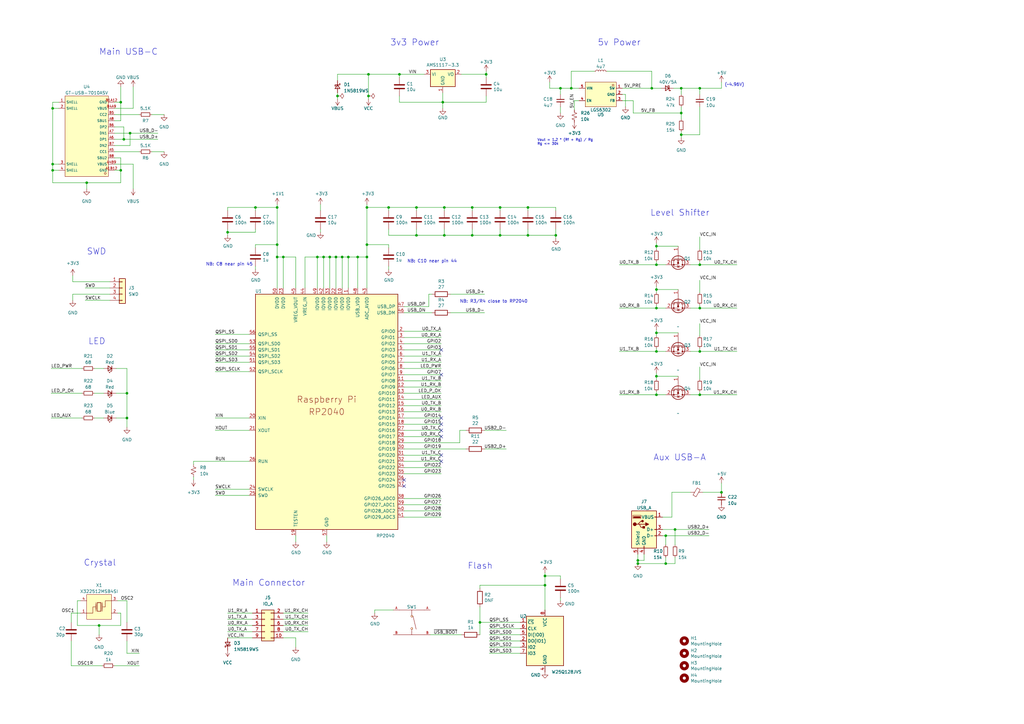
<source format=kicad_sch>
(kicad_sch (version 20230121) (generator eeschema)
  (paper "A3")
  (title_block (title "Babelfish") (date "2023-01-28") (rev "REV1") (company "Bitops"))
  (junction (at 193.675 96.52))
  (junction (at 295.91 201.93))
  (junction (at 52.07 161.29))
  (junction (at 159.385 85.09))
  (junction (at 279.4 55.245))
  (junction (at 53.34 54.61))
  (junction (at 113.665 100.33))
  (junction (at 170.815 96.52))
  (junction (at 135.255 105.41))
  (junction (at 273.05 231.14))
  (junction (at 269.24 136.525))
  (junction (at 52.07 171.45))
  (junction (at 50.8 57.15))
  (junction (at 269.24 118.745))
  (junction (at 104.775 85.09))
  (junction (at 142.875 105.41))
  (junction (at 150.495 100.33))
  (junction (at 21.59 67.31))
  (junction (at 227.965 96.52))
  (junction (at 21.59 69.85))
  (junction (at 261.62 229.87))
  (junction (at 205.105 85.09))
  (junction (at 181.61 41.91))
  (junction (at 182.245 85.09))
  (junction (at 287.02 161.925))
  (junction (at 269.24 108.585))
  (junction (at 279.4 36.195))
  (junction (at 113.665 85.09))
  (junction (at 150.495 105.41))
  (junction (at 287.02 108.585))
  (junction (at 151.13 30.48))
  (junction (at 163.83 30.48))
  (junction (at 199.39 30.48))
  (junction (at 21.59 44.45))
  (junction (at 216.535 96.52))
  (junction (at 49.53 69.85))
  (junction (at 205.105 96.52))
  (junction (at 269.24 100.965))
  (junction (at 269.24 144.145))
  (junction (at 269.24 154.305))
  (junction (at 93.345 95.25))
  (junction (at 223.52 236.22))
  (junction (at 40.64 256.54))
  (junction (at 170.815 85.09))
  (junction (at 182.245 96.52))
  (junction (at 223.52 240.03))
  (junction (at 130.175 105.41))
  (junction (at 273.05 219.71))
  (junction (at 113.665 105.41))
  (junction (at 287.02 126.365))
  (junction (at 229.87 36.195))
  (junction (at 287.02 144.145))
  (junction (at 234.315 36.195))
  (junction (at 216.535 85.09))
  (junction (at 151.13 39.37))
  (junction (at 279.4 46.355))
  (junction (at 276.86 217.17))
  (junction (at 261.62 231.14))
  (junction (at 267.335 36.195))
  (junction (at 269.24 126.365))
  (junction (at 196.85 255.27))
  (junction (at 49.53 41.91))
  (junction (at 146.685 105.41))
  (junction (at 132.715 105.41))
  (junction (at 138.43 39.37))
  (junction (at 116.205 105.41))
  (junction (at 287.02 36.195))
  (junction (at 137.795 105.41))
  (junction (at 150.495 85.09))
  (junction (at 193.675 85.09))
  (junction (at 140.335 105.41))
  (junction (at 35.56 74.93))
  (junction (at 269.24 161.925))
  (no_connect (at 180.975 179.07))
  (no_connect (at 180.975 173.99))
  (no_connect (at 180.975 153.67))
  (no_connect (at 165.735 196.85))
  (no_connect (at 180.975 186.69))
  (no_connect (at 180.975 176.53))
  (no_connect (at 180.975 189.23))
  (no_connect (at 180.975 143.51))
  (no_connect (at 165.735 199.39))
  (no_connect (at 180.975 171.45))
  (wire (pts (xy 165.735 186.69) (xy 180.975 186.69)))
  (wire (pts (xy 273.05 219.71) (xy 290.83 219.71)))
  (wire (pts (xy 46.99 69.85) (xy 49.53 69.85)))
  (wire (pts (xy 102.235 137.16) (xy 88.265 137.16)))
  (wire (pts (xy 269.24 154.305) (xy 269.24 155.575)))
  (wire (pts (xy 150.495 100.33) (xy 150.495 105.41)))
  (wire (pts (xy 223.52 236.22) (xy 223.52 240.03)))
  (wire (pts (xy 193.675 96.52) (xy 182.245 96.52)))
  (wire (pts (xy 49.53 74.93) (xy 35.56 74.93)))
  (wire (pts (xy 182.245 93.98) (xy 182.245 96.52)))
  (wire (pts (xy 20.955 161.29) (xy 33.655 161.29)))
  (wire (pts (xy 21.59 67.31) (xy 21.59 69.85)))
  (wire (pts (xy 57.15 46.99) (xy 46.99 46.99)))
  (wire (pts (xy 20.955 171.45) (xy 33.655 171.45)))
  (wire (pts (xy 113.665 85.09) (xy 113.665 100.33)))
  (wire (pts (xy 131.445 83.82) (xy 131.445 86.36)))
  (wire (pts (xy 229.87 43.815) (xy 229.87 46.355)))
  (wire (pts (xy 121.285 118.11) (xy 121.285 105.41)))
  (wire (pts (xy 138.43 30.48) (xy 138.43 33.02)))
  (wire (pts (xy 153.67 250.19) (xy 153.67 251.46)))
  (wire (pts (xy 93.345 256.54) (xy 103.505 256.54)))
  (wire (pts (xy 138.43 30.48) (xy 151.13 30.48)))
  (wire (pts (xy 248.92 29.21) (xy 267.335 29.21)))
  (wire (pts (xy 188.595 181.61) (xy 188.595 176.53)))
  (wire (pts (xy 287.02 36.195) (xy 287.02 38.735)))
  (wire (pts (xy 35.56 74.93) (xy 35.56 77.47)))
  (wire (pts (xy 165.735 125.73) (xy 175.895 125.73)))
  (wire (pts (xy 279.4 36.195) (xy 287.02 36.195)))
  (wire (pts (xy 151.13 39.37) (xy 151.13 40.64)))
  (wire (pts (xy 165.735 128.27) (xy 177.165 128.27)))
  (wire (pts (xy 29.845 120.65) (xy 29.845 123.19)))
  (wire (pts (xy 264.16 229.87) (xy 261.62 229.87)))
  (wire (pts (xy 256.54 38.735) (xy 256.54 43.815)))
  (wire (pts (xy 88.265 148.59) (xy 102.235 148.59)))
  (wire (pts (xy 38.735 151.13) (xy 42.545 151.13)))
  (wire (pts (xy 234.315 29.21) (xy 243.84 29.21)))
  (wire (pts (xy 48.26 246.38) (xy 52.07 246.38)))
  (wire (pts (xy 79.375 189.23) (xy 102.235 189.23)))
  (wire (pts (xy 276.86 217.17) (xy 290.83 217.17)))
  (wire (pts (xy 182.245 96.52) (xy 170.815 96.52)))
  (wire (pts (xy 193.675 93.98) (xy 193.675 96.52)))
  (wire (pts (xy 47.625 151.13) (xy 52.07 151.13)))
  (wire (pts (xy 130.175 118.11) (xy 130.175 105.41)))
  (wire (pts (xy 46.99 49.53) (xy 49.53 49.53)))
  (wire (pts (xy 269.24 117.475) (xy 269.24 118.745)))
  (wire (pts (xy 133.985 219.71) (xy 133.985 222.25)))
  (wire (pts (xy 150.495 100.33) (xy 159.385 100.33)))
  (wire (pts (xy 275.59 201.93) (xy 275.59 212.09)))
  (wire (pts (xy 278.13 100.965) (xy 269.24 100.965)))
  (wire (pts (xy 88.265 140.97) (xy 102.235 140.97)))
  (wire (pts (xy 165.735 158.75) (xy 180.975 158.75)))
  (wire (pts (xy 175.895 120.65) (xy 177.165 120.65)))
  (wire (pts (xy 93.345 93.98) (xy 93.345 95.25)))
  (wire (pts (xy 29.21 251.46) (xy 29.21 255.27)))
  (wire (pts (xy 165.735 204.47) (xy 180.975 204.47)))
  (wire (pts (xy 181.61 41.91) (xy 181.61 44.45)))
  (wire (pts (xy 269.24 99.695) (xy 269.24 100.965)))
  (wire (pts (xy 146.685 105.41) (xy 150.495 105.41)))
  (wire (pts (xy 150.495 105.41) (xy 150.495 118.11)))
  (wire (pts (xy 131.445 93.98) (xy 131.445 95.25)))
  (wire (pts (xy 229.87 36.195) (xy 234.315 36.195)))
  (wire (pts (xy 165.735 184.15) (xy 191.135 184.15)))
  (wire (pts (xy 67.31 46.99) (xy 62.23 46.99)))
  (wire (pts (xy 48.26 251.46) (xy 49.53 251.46)))
  (wire (pts (xy 181.61 38.1) (xy 181.61 41.91)))
  (wire (pts (xy 46.99 67.31) (xy 54.61 67.31)))
  (wire (pts (xy 165.735 173.99) (xy 180.975 173.99)))
  (wire (pts (xy 254 161.925) (xy 269.24 161.925)))
  (wire (pts (xy 104.775 101.6) (xy 104.775 100.33)))
  (wire (pts (xy 229.87 36.195) (xy 229.87 38.735)))
  (wire (pts (xy 189.23 30.48) (xy 199.39 30.48)))
  (wire (pts (xy 93.345 85.09) (xy 104.775 85.09)))
  (wire (pts (xy 237.49 41.275) (xy 235.585 41.275)))
  (wire (pts (xy 234.315 36.195) (xy 237.49 36.195)))
  (wire (pts (xy 24.13 41.91) (xy 21.59 41.91)))
  (wire (pts (xy 269.24 118.745) (xy 269.24 120.015)))
  (wire (pts (xy 135.255 118.11) (xy 135.255 105.41)))
  (wire (pts (xy 182.245 86.36) (xy 182.245 85.09)))
  (wire (pts (xy 165.735 176.53) (xy 180.975 176.53)))
  (wire (pts (xy 21.59 69.85) (xy 24.13 69.85)))
  (wire (pts (xy 46.99 57.15) (xy 50.8 57.15)))
  (wire (pts (xy 93.345 254) (xy 103.505 254)))
  (wire (pts (xy 52.07 246.38) (xy 52.07 255.27)))
  (wire (pts (xy 279.4 43.815) (xy 279.4 46.355)))
  (wire (pts (xy 159.385 93.98) (xy 159.385 96.52)))
  (wire (pts (xy 287.02 36.195) (xy 295.91 36.195)))
  (wire (pts (xy 132.715 105.41) (xy 135.255 105.41)))
  (wire (pts (xy 176.53 260.35) (xy 189.23 260.35)))
  (wire (pts (xy 113.665 105.41) (xy 113.665 118.11)))
  (wire (pts (xy 199.39 41.91) (xy 181.61 41.91)))
  (wire (pts (xy 104.775 86.36) (xy 104.775 85.09)))
  (wire (pts (xy 287.02 108.585) (xy 302.26 108.585)))
  (wire (pts (xy 225.425 36.195) (xy 229.87 36.195)))
  (wire (pts (xy 287.02 132.715) (xy 287.02 137.795)))
  (wire (pts (xy 264.16 227.33) (xy 264.16 229.87)))
  (wire (pts (xy 50.8 52.07) (xy 50.8 57.15)))
  (wire (pts (xy 193.675 86.36) (xy 193.675 85.09)))
  (wire (pts (xy 163.83 39.37) (xy 163.83 41.91)))
  (wire (pts (xy 255.27 38.735) (xy 256.54 38.735)))
  (wire (pts (xy 269.24 107.315) (xy 269.24 108.585)))
  (wire (pts (xy 21.59 74.93) (xy 35.56 74.93)))
  (wire (pts (xy 287.02 144.145) (xy 302.26 144.145)))
  (wire (pts (xy 31.75 256.54) (xy 40.64 256.54)))
  (wire (pts (xy 113.665 83.82) (xy 113.665 85.09)))
  (wire (pts (xy 165.735 168.91) (xy 180.975 168.91)))
  (wire (pts (xy 170.815 85.09) (xy 182.245 85.09)))
  (wire (pts (xy 88.265 146.05) (xy 102.235 146.05)))
  (wire (pts (xy 199.39 39.37) (xy 199.39 41.91)))
  (wire (pts (xy 199.39 30.48) (xy 199.39 29.21)))
  (wire (pts (xy 151.13 30.48) (xy 163.83 30.48)))
  (wire (pts (xy 287.02 150.495) (xy 287.02 155.575)))
  (wire (pts (xy 276.225 36.195) (xy 279.4 36.195)))
  (wire (pts (xy 196.85 240.03) (xy 223.52 240.03)))
  (wire (pts (xy 259.715 41.275) (xy 259.715 46.355)))
  (wire (pts (xy 213.36 260.35) (xy 200.66 260.35)))
  (wire (pts (xy 287.02 114.935) (xy 287.02 120.015)))
  (wire (pts (xy 130.175 105.41) (xy 132.715 105.41)))
  (wire (pts (xy 140.335 105.41) (xy 142.875 105.41)))
  (wire (pts (xy 269.24 153.035) (xy 269.24 154.305)))
  (wire (pts (xy 254 126.365) (xy 269.24 126.365)))
  (wire (pts (xy 275.59 212.09) (xy 271.78 212.09)))
  (wire (pts (xy 165.735 143.51) (xy 180.975 143.51)))
  (wire (pts (xy 276.86 217.17) (xy 276.86 223.52)))
  (wire (pts (xy 116.205 118.11) (xy 116.205 105.41)))
  (wire (pts (xy 198.755 176.53) (xy 207.645 176.53)))
  (wire (pts (xy 53.34 54.61) (xy 64.77 54.61)))
  (wire (pts (xy 170.815 86.36) (xy 170.815 85.09)))
  (wire (pts (xy 137.795 118.11) (xy 137.795 105.41)))
  (wire (pts (xy 254 144.145) (xy 269.24 144.145)))
  (wire (pts (xy 159.385 109.22) (xy 159.385 110.49)))
  (wire (pts (xy 261.62 227.33) (xy 261.62 229.87)))
  (wire (pts (xy 121.285 219.71) (xy 121.285 222.25)))
  (wire (pts (xy 49.53 251.46) (xy 49.53 256.54)))
  (wire (pts (xy 52.07 267.97) (xy 57.15 267.97)))
  (wire (pts (xy 216.535 96.52) (xy 205.105 96.52)))
  (wire (pts (xy 121.285 105.41) (xy 116.205 105.41)))
  (wire (pts (xy 34.925 118.11) (xy 45.085 118.11)))
  (wire (pts (xy 287.02 126.365) (xy 302.26 126.365)))
  (wire (pts (xy 135.255 105.41) (xy 137.795 105.41)))
  (wire (pts (xy 138.43 38.1) (xy 138.43 39.37)))
  (wire (pts (xy 116.205 259.08) (xy 126.365 259.08)))
  (wire (pts (xy 170.815 93.98) (xy 170.815 96.52)))
  (wire (pts (xy 113.665 100.33) (xy 113.665 105.41)))
  (wire (pts (xy 49.53 64.77) (xy 49.53 69.85)))
  (wire (pts (xy 287.02 161.925) (xy 302.26 161.925)))
  (wire (pts (xy 182.245 85.09) (xy 193.675 85.09)))
  (wire (pts (xy 196.85 241.3) (xy 196.85 240.03)))
  (wire (pts (xy 125.095 118.11) (xy 125.095 105.41)))
  (wire (pts (xy 46.99 64.77) (xy 49.53 64.77)))
  (wire (pts (xy 116.205 256.54) (xy 126.365 256.54)))
  (wire (pts (xy 29.845 115.57) (xy 45.085 115.57)))
  (wire (pts (xy 287.02 125.095) (xy 287.02 126.365)))
  (wire (pts (xy 159.385 85.09) (xy 170.815 85.09)))
  (wire (pts (xy 275.59 201.93) (xy 283.21 201.93)))
  (wire (pts (xy 104.775 109.22) (xy 104.775 110.49)))
  (wire (pts (xy 163.83 41.91) (xy 181.61 41.91)))
  (wire (pts (xy 278.13 136.525) (xy 269.24 136.525)))
  (wire (pts (xy 205.105 93.98) (xy 205.105 96.52)))
  (wire (pts (xy 34.925 123.19) (xy 45.085 123.19)))
  (wire (pts (xy 279.4 36.195) (xy 279.4 38.735)))
  (wire (pts (xy 29.845 115.57) (xy 29.845 113.03)))
  (wire (pts (xy 255.27 36.195) (xy 267.335 36.195)))
  (wire (pts (xy 175.895 125.73) (xy 175.895 120.65)))
  (wire (pts (xy 150.495 85.09) (xy 150.495 100.33)))
  (wire (pts (xy 269.24 144.145) (xy 273.05 144.145)))
  (wire (pts (xy 46.99 41.91) (xy 49.53 41.91)))
  (wire (pts (xy 165.735 207.01) (xy 180.975 207.01)))
  (wire (pts (xy 287.02 97.155) (xy 287.02 102.235)))
  (wire (pts (xy 287.02 43.815) (xy 287.02 55.245)))
  (wire (pts (xy 151.13 30.48) (xy 151.13 39.37)))
  (wire (pts (xy 255.27 41.275) (xy 259.715 41.275)))
  (wire (pts (xy 184.785 128.27) (xy 198.755 128.27)))
  (wire (pts (xy 137.795 105.41) (xy 140.335 105.41)))
  (wire (pts (xy 273.05 231.14) (xy 261.62 231.14)))
  (wire (pts (xy 278.13 154.305) (xy 269.24 154.305)))
  (wire (pts (xy 21.59 67.31) (xy 24.13 67.31)))
  (wire (pts (xy 271.78 219.71) (xy 273.05 219.71)))
  (wire (pts (xy 165.735 166.37) (xy 180.975 166.37)))
  (wire (pts (xy 132.715 118.11) (xy 132.715 105.41)))
  (wire (pts (xy 269.24 126.365) (xy 273.05 126.365)))
  (wire (pts (xy 88.265 171.45) (xy 102.235 171.45)))
  (wire (pts (xy 225.425 33.655) (xy 225.425 36.195)))
  (wire (pts (xy 216.535 93.98) (xy 216.535 96.52)))
  (wire (pts (xy 287.02 55.245) (xy 279.4 55.245)))
  (wire (pts (xy 273.05 228.6) (xy 273.05 231.14)))
  (wire (pts (xy 216.535 85.09) (xy 227.965 85.09)))
  (wire (pts (xy 102.235 203.2) (xy 88.265 203.2)))
  (wire (pts (xy 283.21 126.365) (xy 287.02 126.365)))
  (wire (pts (xy 165.735 191.77) (xy 180.975 191.77)))
  (wire (pts (xy 227.965 96.52) (xy 227.965 97.79)))
  (wire (pts (xy 40.64 256.54) (xy 49.53 256.54)))
  (wire (pts (xy 29.845 120.65) (xy 45.085 120.65)))
  (wire (pts (xy 216.535 96.52) (xy 227.965 96.52)))
  (wire (pts (xy 269.24 136.525) (xy 269.24 137.795)))
  (wire (pts (xy 46.99 44.45) (xy 54.61 44.45)))
  (wire (pts (xy 188.595 176.53) (xy 191.135 176.53)))
  (wire (pts (xy 20.955 151.13) (xy 33.655 151.13)))
  (wire (pts (xy 196.85 255.27) (xy 196.85 260.35)))
  (wire (pts (xy 199.39 31.75) (xy 199.39 30.48)))
  (wire (pts (xy 21.59 69.85) (xy 21.59 74.93)))
  (wire (pts (xy 234.315 36.195) (xy 234.315 29.21)))
  (wire (pts (xy 47.625 171.45) (xy 52.07 171.45)))
  (wire (pts (xy 229.87 236.22) (xy 223.52 236.22)))
  (wire (pts (xy 170.815 96.52) (xy 159.385 96.52)))
  (wire (pts (xy 269.24 160.655) (xy 269.24 161.925)))
  (wire (pts (xy 52.07 161.29) (xy 52.07 171.45)))
  (wire (pts (xy 279.4 53.975) (xy 279.4 55.245)))
  (wire (pts (xy 102.235 152.4) (xy 88.265 152.4)))
  (wire (pts (xy 104.775 85.09) (xy 113.665 85.09)))
  (wire (pts (xy 269.24 142.875) (xy 269.24 144.145)))
  (wire (pts (xy 261.62 229.87) (xy 261.62 231.14)))
  (wire (pts (xy 29.21 273.05) (xy 41.91 273.05)))
  (wire (pts (xy 38.735 171.45) (xy 42.545 171.45)))
  (wire (pts (xy 193.675 85.09) (xy 205.105 85.09)))
  (wire (pts (xy 50.8 57.15) (xy 64.77 57.15)))
  (wire (pts (xy 295.91 33.655) (xy 295.91 36.195)))
  (wire (pts (xy 52.07 262.89) (xy 52.07 267.97)))
  (wire (pts (xy 213.36 267.97) (xy 200.66 267.97)))
  (wire (pts (xy 173.99 30.48) (xy 163.83 30.48)))
  (wire (pts (xy 229.87 245.11) (xy 229.87 246.38)))
  (wire (pts (xy 269.24 108.585) (xy 273.05 108.585)))
  (wire (pts (xy 213.36 265.43) (xy 200.66 265.43)))
  (wire (pts (xy 161.29 250.19) (xy 153.67 250.19)))
  (wire (pts (xy 223.52 234.95) (xy 223.52 236.22)))
  (wire (pts (xy 165.735 189.23) (xy 180.975 189.23)))
  (wire (pts (xy 165.735 179.07) (xy 180.975 179.07)))
  (wire (pts (xy 198.755 184.15) (xy 207.645 184.15)))
  (wire (pts (xy 53.34 59.69) (xy 53.34 54.61)))
  (wire (pts (xy 52.07 171.45) (xy 52.07 175.26)))
  (wire (pts (xy 121.285 261.62) (xy 121.285 265.43)))
  (wire (pts (xy 29.21 262.89) (xy 29.21 273.05)))
  (wire (pts (xy 21.59 41.91) (xy 21.59 44.45)))
  (wire (pts (xy 125.095 105.41) (xy 130.175 105.41)))
  (wire (pts (xy 165.735 181.61) (xy 188.595 181.61)))
  (wire (pts (xy 142.875 105.41) (xy 146.685 105.41)))
  (wire (pts (xy 116.205 254) (xy 126.365 254)))
  (wire (pts (xy 46.99 52.07) (xy 50.8 52.07)))
  (wire (pts (xy 254 108.585) (xy 269.24 108.585)))
  (wire (pts (xy 269.24 100.965) (xy 269.24 102.235)))
  (wire (pts (xy 269.24 125.095) (xy 269.24 126.365)))
  (wire (pts (xy 269.24 161.925) (xy 273.05 161.925)))
  (wire (pts (xy 165.735 212.09) (xy 180.975 212.09)))
  (wire (pts (xy 93.345 259.08) (xy 103.505 259.08)))
  (wire (pts (xy 88.265 143.51) (xy 102.235 143.51)))
  (wire (pts (xy 21.59 44.45) (xy 24.13 44.45)))
  (wire (pts (xy 216.535 86.36) (xy 216.535 85.09)))
  (wire (pts (xy 288.29 201.93) (xy 295.91 201.93)))
  (wire (pts (xy 46.99 273.05) (xy 57.15 273.05)))
  (wire (pts (xy 276.86 231.14) (xy 273.05 231.14)))
  (wire (pts (xy 287.02 107.315) (xy 287.02 108.585)))
  (wire (pts (xy 40.64 256.54) (xy 40.64 260.35)))
  (wire (pts (xy 49.53 41.91) (xy 49.53 35.56)))
  (wire (pts (xy 150.495 85.09) (xy 159.385 85.09)))
  (wire (pts (xy 165.735 153.67) (xy 180.975 153.67)))
  (wire (pts (xy 54.61 67.31) (xy 54.61 77.47)))
  (wire (pts (xy 93.345 261.62) (xy 103.505 261.62)))
  (wire (pts (xy 165.735 151.13) (xy 180.975 151.13)))
  (wire (pts (xy 165.735 135.89) (xy 180.975 135.89)))
  (wire (pts (xy 47.625 161.29) (xy 52.07 161.29)))
  (wire (pts (xy 165.735 138.43) (xy 180.975 138.43)))
  (wire (pts (xy 279.4 55.245) (xy 279.4 56.515)))
  (wire (pts (xy 273.05 219.71) (xy 273.05 223.52)))
  (wire (pts (xy 267.335 36.195) (xy 271.145 36.195)))
  (wire (pts (xy 93.345 95.25) (xy 104.775 95.25)))
  (wire (pts (xy 278.13 118.745) (xy 269.24 118.745)))
  (wire (pts (xy 163.83 31.75) (xy 163.83 30.48)))
  (wire (pts (xy 102.235 200.66) (xy 88.265 200.66)))
  (wire (pts (xy 196.85 248.92) (xy 196.85 255.27)))
  (wire (pts (xy 287.02 160.655) (xy 287.02 161.925)))
  (wire (pts (xy 165.735 209.55) (xy 180.975 209.55)))
  (wire (pts (xy 104.775 95.25) (xy 104.775 93.98)))
  (wire (pts (xy 79.375 189.23) (xy 79.375 190.5)))
  (wire (pts (xy 205.105 96.52) (xy 193.675 96.52)))
  (wire (pts (xy 283.21 161.925) (xy 287.02 161.925)))
  (wire (pts (xy 49.53 69.85) (xy 49.53 74.93)))
  (wire (pts (xy 287.02 142.875) (xy 287.02 144.145)))
  (wire (pts (xy 295.91 201.93) (xy 295.91 198.12)))
  (wire (pts (xy 205.105 85.09) (xy 216.535 85.09)))
  (wire (pts (xy 165.735 163.83) (xy 180.975 163.83)))
  (wire (pts (xy 205.105 86.36) (xy 205.105 85.09)))
  (wire (pts (xy 116.205 261.62) (xy 121.285 261.62)))
  (wire (pts (xy 196.85 255.27) (xy 213.36 255.27)))
  (wire (pts (xy 279.4 46.355) (xy 279.4 48.895)))
  (wire (pts (xy 52.07 151.13) (xy 52.07 161.29)))
  (wire (pts (xy 46.99 54.61) (xy 53.34 54.61)))
  (wire (pts (xy 269.24 135.255) (xy 269.24 136.525)))
  (wire (pts (xy 138.43 39.37) (xy 138.43 40.64)))
  (wire (pts (xy 140.335 118.11) (xy 140.335 105.41)))
  (wire (pts (xy 227.965 93.98) (xy 227.965 96.52)))
  (wire (pts (xy 116.205 251.46) (xy 126.365 251.46)))
  (wire (pts (xy 276.86 228.6) (xy 276.86 231.14)))
  (wire (pts (xy 213.36 262.89) (xy 200.66 262.89)))
  (wire (pts (xy 104.775 100.33) (xy 113.665 100.33)))
  (wire (pts (xy 200.66 257.81) (xy 213.36 257.81)))
  (wire (pts (xy 229.87 237.49) (xy 229.87 236.22)))
  (wire (pts (xy 165.735 194.31) (xy 180.975 194.31)))
  (wire (pts (xy 235.585 41.275) (xy 235.585 45.085)))
  (wire (pts (xy 33.02 251.46) (xy 29.21 251.46)))
  (wire (pts (xy 142.875 105.41) (xy 142.875 118.11)))
  (wire (pts (xy 33.02 246.38) (xy 31.75 246.38)))
  (wire (pts (xy 165.735 140.97) (xy 180.975 140.97)))
  (wire (pts (xy 54.61 44.45) (xy 54.61 35.56)))
  (wire (pts (xy 93.345 95.25) (xy 93.345 96.52)))
  (wire (pts (xy 283.21 144.145) (xy 287.02 144.145)))
  (wire (pts (xy 146.685 118.11) (xy 146.685 105.41)))
  (wire (pts (xy 93.345 86.36) (xy 93.345 85.09)))
  (wire (pts (xy 227.965 86.36) (xy 227.965 85.09)))
  (wire (pts (xy 49.53 49.53) (xy 49.53 41.91)))
  (wire (pts (xy 165.735 171.45) (xy 180.975 171.45)))
  (wire (pts (xy 223.52 240.03) (xy 223.52 250.19)))
  (wire (pts (xy 46.99 59.69) (xy 53.34 59.69)))
  (wire (pts (xy 62.23 62.23) (xy 67.31 62.23)))
  (wire (pts (xy 184.785 120.65) (xy 198.755 120.65)))
  (wire (pts (xy 159.385 101.6) (xy 159.385 100.33)))
  (wire (pts (xy 116.205 105.41) (xy 113.665 105.41)))
  (wire (pts (xy 150.495 83.82) (xy 150.495 85.09)))
  (wire (pts (xy 79.375 195.58) (xy 79.375 196.85)))
  (wire (pts (xy 271.78 217.17) (xy 276.86 217.17)))
  (wire (pts (xy 283.21 108.585) (xy 287.02 108.585)))
  (wire (pts (xy 159.385 86.36) (xy 159.385 85.09)))
  (wire (pts (xy 259.715 46.355) (xy 279.4 46.355)))
  (wire (pts (xy 165.735 156.21) (xy 180.975 156.21)))
  (wire (pts (xy 267.335 29.21) (xy 267.335 36.195)))
  (wire (pts (xy 93.345 251.46) (xy 103.505 251.46)))
  (wire (pts (xy 31.75 246.38) (xy 31.75 256.54)))
  (wire (pts (xy 165.735 146.05) (xy 180.975 146.05)))
  (wire (pts (xy 38.735 161.29) (xy 42.545 161.29)))
  (wire (pts (xy 165.735 148.59) (xy 180.975 148.59)))
  (wire (pts (xy 21.59 44.45) (xy 21.59 67.31)))
  (wire (pts (xy 46.99 62.23) (xy 57.15 62.23)))
  (wire (pts (xy 165.735 161.29) (xy 180.975 161.29)))
  (wire (pts (xy 102.235 176.53) (xy 88.265 176.53)))
  (text "Main Connector" (at 95.25 240.665 0) (effects (font (size 2.54 2.54)) (justify left bottom)))
  (text "LED" (at 36.195 141.605 0) (effects (font (size 2.54 2.54)) (justify left bottom)))
  (text "Crystal" (at 34.29 232.41 0) (effects (font (size 2.54 2.54)) (justify left bottom)))
  (text "SWD" (at 35.56 104.775 0) (effects (font (size 2.54 2.54)) (justify left bottom)))
  (text "NB: R3/R4 close to RP2040" (at 188.595 124.46 0) (effects (font (size 1.27 1.27)) (justify left bottom)))
  (text "5v Power" (at 245.11 19.05 0) (effects (font (size 2.54 2.54)) (justify left bottom)))
  (text "NB: C8 near pin 45" (at 84.455 109.22 0) (effects (font (size 1.27 1.27)) (justify left bottom)))
  (text "Flash" (at 191.77 233.68 0) (effects (font (size 2.54 2.54)) (justify left bottom)))
  (text "Vout = 1.2 * (Rf + Rg) / Rg\nRg <= 30k" (at 220.345 59.69 0) (effects (font (size 1 1)) (justify left bottom)))
  (text "Level Shifter" (at 266.7 88.9 0) (effects (font (size 2.54 2.54)) (justify left bottom)))
  (text "TODO:\n1. Test PIO-USB host\n2. Test level shifter with 3v3?\n" (at 254 -29.21 0) (effects (font (size 1.27 1.27)) (justify left bottom)))
  (text "Aux USB-A" (at 267.97 189.23 0) (effects (font (size 2.54 2.54)) (justify left bottom)))
  (text "Main USB-C" (at 40.64 22.86 0) (effects (font (size 2.54 2.54)) (justify left bottom)))
  (text "3v3 Power" (at 160.02 19.05 0) (effects (font (size 2.54 2.54)) (justify left bottom)))
  (text "NB: C10 near pin 44" (at 167.005 107.95 0) (effects (font (size 1.27 1.27)) (justify left bottom)))
  (text "(~4.96V)" (at 297.18 35.56 0) (effects (font (size 1.27 1.27)) (justify left bottom)))
  (label "GPIO3" (at 180.975 143.51 180))
  (label "GPIO2" (at 180.975 140.97 180))
  (label "QSPI_SD3" (at 200.66 267.97 0))
  (label "U0_RX_A" (at 93.345 256.54 0))
  (label "USB2_D+" (at 207.645 184.15 180))
  (label "SWCLK" (at 34.925 123.19 0))
  (label "U1_RX_B" (at 254 161.925 0))
  (label "USB2_D-" (at 281.94 219.71 0))
  (label "5V_EN" (at 235.585 44.45 90))
  (label "U0_TX_B" (at 254 108.585 0))
  (label "U1_TX_B" (at 254 144.145 0))
  (label "GPIO23" (at 180.975 194.31 180))
  (label "GPIO26" (at 180.975 204.47 180))
  (label "USB_DN" (at 167.005 128.27 0))
  (label "U1_RX_A" (at 180.975 148.59 180))
  (label "SWD" (at 34.925 118.11 0))
  (label "GPIO18" (at 180.975 181.61 180))
  (label "GPIO7" (at 180.975 153.67 180))
  (label "LED_AUX" (at 20.955 171.45 0))
  (label "XOUT" (at 57.15 273.05 180))
  (label "LED_PWR" (at 180.975 151.13 180))
  (label "U1_TX_C" (at 180.975 186.69 180))
  (label "LED_P_OK" (at 20.955 161.29 0))
  (label "USB2_D-" (at 207.645 176.53 180))
  (label "VCC_IN" (at 93.345 261.62 0))
  (label "XIN" (at 57.15 267.97 180))
  (label "QSPI_SD3" (at 88.265 148.59 0))
  (label "LED_P_OK" (at 180.975 161.29 180))
  (label "U0_TX_B" (at 180.975 166.37 180))
  (label "QSPI_SCLK" (at 200.66 257.81 0))
  (label "QSPI_SCLK" (at 88.265 152.4 0))
  (label "U1_RX_CH" (at 302.26 161.925 180))
  (label "USB_D-" (at 198.755 128.27 180))
  (label "USB_DP" (at 167.005 125.73 0))
  (label "U0_RX_CH" (at 302.26 126.365 180))
  (label "U0_RX_CH" (at 126.365 256.54 180))
  (label "QSPI_SD1" (at 88.265 143.51 0))
  (label "U0_RX_C" (at 180.975 179.07 180))
  (label "OSC2" (at 49.53 246.38 0))
  (label "XIN" (at 88.265 171.45 0))
  (label "SWD" (at 88.265 203.2 0))
  (label "GPIO22" (at 180.975 191.77 180))
  (label "OSC1" (at 30.48 251.46 180))
  (label "U0_TX_C" (at 180.975 176.53 180))
  (label "VCC_IN" (at 287.02 114.935 0))
  (label "U0_RX_A" (at 180.975 138.43 180))
  (label "U1_TX_CH" (at 126.365 254 180))
  (label "U1_RX_B" (at 180.975 158.75 180))
  (label "U0_TX_A" (at 93.345 259.08 0))
  (label "U1_TX_A" (at 180.975 146.05 180))
  (label "QSPI_SS" (at 88.265 137.16 0))
  (label "U1_TX_B" (at 180.975 156.21 180))
  (label "5V_FB" (at 262.89 46.355 0))
  (label "GPIO28" (at 180.975 209.55 180))
  (label "GPIO29" (at 180.975 212.09 180))
  (label "GPIO19" (at 180.975 184.15 180))
  (label "U0_RX_B" (at 180.975 168.91 180))
  (label "VCC_IN" (at 287.02 150.495 0))
  (label "QSPI_SD2" (at 200.66 265.43 0))
  (label "USB_D+" (at 198.755 120.65 180))
  (label "OSC1R" (at 31.75 273.05 0))
  (label "XOUT" (at 88.265 176.53 0))
  (label "U1_TX_A" (at 93.345 254 0))
  (label "GPIO27" (at 180.975 207.01 180))
  (label "QSPI_SD0" (at 200.66 260.35 0))
  (label "USB2_D+" (at 281.94 217.17 0))
  (label "U0_TX_A" (at 180.975 135.89 180))
  (label "U1_RX_C" (at 180.975 189.23 180))
  (label "U0_RX_B" (at 254 126.365 0))
  (label "RUN" (at 88.265 189.23 0))
  (label "U0_TX_CH" (at 302.26 108.585 180))
  (label "QSPI_SD2" (at 88.265 146.05 0))
  (label "VCC_IN" (at 287.02 97.155 0))
  (label "U1_RX_A" (at 93.345 251.46 0))
  (label "GPIO15" (at 180.975 173.99 180))
  (label "5V_PRE" (at 255.905 36.195 0))
  (label "VCC_IN" (at 287.02 132.715 0))
  (label "SWCLK" (at 88.265 200.66 0))
  (label "QSPI_SS" (at 200.66 255.27 0))
  (label "VIN" (at 167.64 30.48 0))
  (label "LED_AUX" (at 180.975 163.83 180))
  (label "LED_PWR" (at 20.955 151.13 0))
  (label "USB_D-" (at 57.15 54.61 0))
  (label "~{USB_BOOT}" (at 177.8 260.35 0))
  (label "QSPI_SD0" (at 88.265 140.97 0))
  (label "U1_TX_CH" (at 302.26 144.145 180))
  (label "USB_D+" (at 57.15 57.15 0))
  (label "QSPI_SD1" (at 200.66 262.89 0))
  (label "U0_TX_CH" (at 126.365 259.08 180))
  (label "GPIO14" (at 180.975 171.45 180))
  (label "U1_RX_CH" (at 126.365 251.46 180))
  (symbol (lib_id "MCU_RaspberryPi_RP2040:RP2040") (at 133.985 168.91 0) (unit 1)
    (property "Reference" "U1" (at 106.045 119.38 0))
    (property "Value" "RP2040" (at 158.115 219.71 0))
    (property "Footprint" "RP2040_minimal:RP2040-QFN-56" (effects hide))
  )
  (symbol (lib_id "Device:C") (at 29.21 259.08 0) (unit 1)
    (property "Reference" "C2" (at 24.13 257.81 0) (effects (justify left)))
    (property "Value" "30p" (at 22.86 260.35 0) (effects (justify left)))
    (property "Footprint" "Capacitor_SMD:C_0402_1005Metric" (effects hide))
  )
  (symbol (lib_id "Device:C") (at 52.07 259.08 0) (unit 1)
    (property "Reference" "C3" (at 54.991 257.9116 0) (effects (justify left)))
    (property "Value" "30p" (at 54.991 260.223 0) (effects (justify left)))
    (property "Footprint" "Capacitor_SMD:C_0402_1005Metric" (effects hide))
  )
  (symbol (lib_id "Memory_Flash:W25Q128JVS") (at 223.52 262.89 0) (unit 1)
    (property "Reference" "U2" (at 214.63 252.73 0))
    (property "Value" "W25Q128JVS" (at 232.41 275.59 0))
    (property "Footprint" "Package_SO:SOIC-8_5.23x5.23mm_P1.27mm" (effects hide))
    (property "Datasheet" "http://www.winbond.com/resource-files/w25q128jv_dtr%20revc%2003272018%20plus.pdf" (effects hide))
  )
  (symbol (lib_id "power:+3V3") (at 223.52 234.95 0) (unit 1)
    (property "Reference" "#PWR07" (effects hide))
    (property "Value" "+3V3" (at 223.901 230.5558 0))
  )
  (symbol (lib_id "power:GND") (at 223.52 275.59 0) (unit 1)
    (property "Reference" "#PWR08" (effects hide))
    (property "Value" "GND" (at 219.71 276.86 0))
  )
  (symbol (lib_id "Device:R") (at 196.85 245.11 0) (unit 1)
    (property "Reference" "R2" (at 198.628 243.9416 0) (effects (justify left)))
    (property "Value" "DNF" (at 198.628 246.253 0) (effects (justify left)))
    (property "Footprint" "Resistor_SMD:R_0402_1005Metric" (effects hide))
  )
  (symbol (lib_id "Device:R") (at 193.04 260.35 270) (unit 1)
    (property "Reference" "R1" (at 193.04 255.0922 90))
    (property "Value" "1k" (at 193.04 257.4036 90))
    (property "Footprint" "Resistor_SMD:R_0402_1005Metric" (effects hide))
  )
  (symbol (lib_id "Device:C") (at 229.87 241.3 0) (unit 1)
    (property "Reference" "C5" (at 232.791 240.1316 0) (effects (justify left)))
    (property "Value" "100n" (at 232.791 242.443 0) (effects (justify left)))
    (property "Footprint" "Capacitor_SMD:C_0402_1005Metric" (effects hide))
  )
  (symbol (lib_id "power:GND") (at 229.87 246.38 0) (unit 1)
    (property "Reference" "#PWR011" (effects hide))
    (property "Value" "GND" (at 233.68 247.65 0))
  )
  (symbol (lib_id "power:GND") (at 133.985 222.25 0) (unit 1)
    (property "Reference" "#PWR016" (effects hide))
    (property "Value" "GND" (at 134.112 226.6442 0))
  )
  (symbol (lib_id "power:GND") (at 121.285 222.25 0) (unit 1)
    (property "Reference" "#PWR015" (effects hide))
    (property "Value" "GND" (at 121.412 226.6442 0))
  )
  (symbol (lib_id "Device:R") (at 180.975 120.65 270) (unit 1)
    (property "Reference" "R3" (at 180.975 115.3922 90))
    (property "Value" "27" (at 180.975 117.7036 90))
    (property "Footprint" "Resistor_SMD:R_0402_1005Metric" (effects hide))
  )
  (symbol (lib_id "Device:R") (at 180.975 128.27 270) (unit 1)
    (property "Reference" "R4" (at 180.975 123.0122 90))
    (property "Value" "27" (at 180.975 125.3236 90))
    (property "Footprint" "Resistor_SMD:R_0402_1005Metric" (effects hide))
  )
  (symbol (lib_id "power:+3V3") (at 150.495 83.82 0) (unit 1)
    (property "Reference" "#PWR017" (effects hide))
    (property "Value" "+3V3" (at 150.876 79.4258 0))
  )
  (symbol (lib_id "power:+1V1") (at 113.665 83.82 0) (unit 1)
    (property "Reference" "#PWR014" (effects hide))
    (property "Value" "+1V1" (at 114.046 79.4258 0))
  )
  (symbol (lib_id "Device:C") (at 159.385 90.17 0) (unit 1)
    (property "Reference" "C9" (at 162.306 89.0016 0) (effects (justify left)))
    (property "Value" "100n" (at 162.306 91.313 0) (effects (justify left)))
    (property "Footprint" "Capacitor_SMD:C_0402_1005Metric" (effects hide))
  )
  (symbol (lib_id "Device:C") (at 170.815 90.17 0) (unit 1)
    (property "Reference" "C11" (at 173.736 89.0016 0) (effects (justify left)))
    (property "Value" "100n" (at 173.736 91.313 0) (effects (justify left)))
    (property "Footprint" "Capacitor_SMD:C_0402_1005Metric" (effects hide))
  )
  (symbol (lib_id "Device:C") (at 182.245 90.17 0) (unit 1)
    (property "Reference" "C12" (at 185.166 89.0016 0) (effects (justify left)))
    (property "Value" "100n" (at 185.166 91.313 0) (effects (justify left)))
    (property "Footprint" "Capacitor_SMD:C_0402_1005Metric" (effects hide))
  )
  (symbol (lib_id "Device:C") (at 193.675 90.17 0) (unit 1)
    (property "Reference" "C13" (at 196.596 89.0016 0) (effects (justify left)))
    (property "Value" "100n" (at 196.596 91.313 0) (effects (justify left)))
    (property "Footprint" "Capacitor_SMD:C_0402_1005Metric" (effects hide))
  )
  (symbol (lib_id "Device:C") (at 205.105 90.17 0) (unit 1)
    (property "Reference" "C14" (at 208.026 89.0016 0) (effects (justify left)))
    (property "Value" "100n" (at 208.026 91.313 0) (effects (justify left)))
    (property "Footprint" "Capacitor_SMD:C_0402_1005Metric" (effects hide))
  )
  (symbol (lib_id "Device:C") (at 216.535 90.17 0) (unit 1)
    (property "Reference" "C15" (at 219.456 89.0016 0) (effects (justify left)))
    (property "Value" "100n" (at 219.456 91.313 0) (effects (justify left)))
    (property "Footprint" "Capacitor_SMD:C_0402_1005Metric" (effects hide))
  )
  (symbol (lib_id "Device:C") (at 227.965 90.17 0) (unit 1)
    (property "Reference" "C16" (at 230.886 89.0016 0) (effects (justify left)))
    (property "Value" "100n" (at 230.886 91.313 0) (effects (justify left)))
    (property "Footprint" "Capacitor_SMD:C_0402_1005Metric" (effects hide))
  )
  (symbol (lib_id "Device:C") (at 93.345 90.17 0) (unit 1)
    (property "Reference" "C6" (at 96.266 89.0016 0) (effects (justify left)))
    (property "Value" "100n" (at 96.266 91.313 0) (effects (justify left)))
    (property "Footprint" "Capacitor_SMD:C_0402_1005Metric" (effects hide))
  )
  (symbol (lib_id "Device:C") (at 104.775 90.17 0) (unit 1)
    (property "Reference" "C7" (at 107.696 89.0016 0) (effects (justify left)))
    (property "Value" "100n" (at 107.696 91.313 0) (effects (justify left)))
    (property "Footprint" "Capacitor_SMD:C_0402_1005Metric" (effects hide))
  )
  (symbol (lib_id "Device:C") (at 104.775 105.41 0) (unit 1)
    (property "Reference" "C8" (at 107.696 104.2416 0) (effects (justify left)))
    (property "Value" "1u" (at 107.696 106.553 0) (effects (justify left)))
    (property "Footprint" "Capacitor_SMD:C_0402_1005Metric" (effects hide))
  )
  (symbol (lib_id "Device:C") (at 159.385 105.41 0) (unit 1)
    (property "Reference" "C10" (at 162.306 104.2416 0) (effects (justify left)))
    (property "Value" "1u" (at 162.306 106.553 0) (effects (justify left)))
    (property "Footprint" "Capacitor_SMD:C_0402_1005Metric" (effects hide))
  )
  (symbol (lib_id "Mechanical:MountingHole") (at 280.67 262.89 0) (unit 1)
    (property "Reference" "H1" (at 283.21 261.7216 0) (effects (justify left)))
    (property "Value" "MountingHole" (at 283.21 264.033 0) (effects (justify left)))
    (property "Footprint" "MountingHole:MountingHole_2.7mm_M2.5" (effects hide))
  )
  (symbol (lib_id "Mechanical:MountingHole") (at 280.67 267.97 0) (unit 1)
    (property "Reference" "H2" (at 283.21 266.8016 0) (effects (justify left)))
    (property "Value" "MountingHole" (at 283.21 269.113 0) (effects (justify left)))
    (property "Footprint" "MountingHole:MountingHole_2.7mm_M2.5" (effects hide))
  )
  (symbol (lib_id "Mechanical:MountingHole") (at 280.67 273.05 0) (unit 1)
    (property "Reference" "H3" (at 283.21 271.8816 0) (effects (justify left)))
    (property "Value" "MountingHole" (at 283.21 274.193 0) (effects (justify left)))
    (property "Footprint" "MountingHole:MountingHole_2.7mm_M2.5" (effects hide))
  )
  (symbol (lib_id "Mechanical:MountingHole") (at 280.67 278.13 0) (unit 1)
    (property "Reference" "H4" (at 283.21 276.9616 0) (effects (justify left)))
    (property "Value" "MountingHole" (at 283.21 279.273 0) (effects (justify left)))
    (property "Footprint" "MountingHole:MountingHole_2.7mm_M2.5" (effects hide))
  )
  (symbol (lib_id "power:GND") (at 227.965 97.79 0) (unit 1)
    (property "Reference" "#PWR023" (effects hide))
    (property "Value" "GND" (at 228.092 102.1842 0))
  )
  (symbol (lib_id "power:GND") (at 93.345 96.52 0) (unit 1)
    (property "Reference" "#PWR012" (effects hide))
    (property "Value" "GND" (at 93.472 100.9142 0))
  )
  (symbol (lib_id "power:GND") (at 104.775 110.49 0) (unit 1)
    (property "Reference" "#PWR013" (effects hide))
    (property "Value" "GND" (at 104.902 114.8842 0))
  )
  (symbol (lib_id "power:GND") (at 159.385 110.49 0) (unit 1)
    (property "Reference" "#PWR018" (effects hide))
    (property "Value" "GND" (at 159.512 114.8842 0))
  )
  (symbol (lib_id "Regulator_Linear:AMS1117-3.3") (at 181.61 30.48 0) (unit 1)
    (property "Reference" "U3" (at 181.61 24.3332 0))
    (property "Value" "AMS1117-3.3" (at 181.61 26.6446 0))
    (property "Footprint" "Package_TO_SOT_SMD:SOT-223-3_TabPin2" (effects hide))
    (property "Datasheet" "http://www.advanced-monolithic.com/pdf/ds1117.pdf" (effects hide))
  )
  (symbol (lib_id "power:GND") (at 181.61 44.45 0) (unit 1)
    (property "Reference" "#PWR05" (effects hide))
    (property "Value" "GND" (at 181.61 48.26 0))
  )
  (symbol (lib_id "power:+3V3") (at 199.39 29.21 0) (unit 1)
    (property "Reference" "#PWR09" (effects hide))
    (property "Value" "+3V3" (at 199.39 25.4 0))
  )
  (symbol (lib_id "Device:C") (at 163.83 35.56 0) (unit 1)
    (property "Reference" "C1" (at 166.751 34.3916 0) (effects (justify left)))
    (property "Value" "10u" (at 166.751 36.703 0) (effects (justify left)))
    (property "Footprint" "Capacitor_SMD:C_0805_2012Metric" (effects hide))
  )
  (symbol (lib_id "Device:C") (at 199.39 35.56 0) (unit 1)
    (property "Reference" "C4" (at 202.311 34.3916 0) (effects (justify left)))
    (property "Value" "10u" (at 202.311 36.703 0) (effects (justify left)))
    (property "Footprint" "Capacitor_SMD:C_0805_2012Metric" (effects hide))
  )
  (symbol (lib_id "power:+3V3") (at 131.445 83.82 0) (unit 1)
    (property "Reference" "#PWR024" (effects hide))
    (property "Value" "+3V3" (at 131.826 79.4258 0))
  )
  (symbol (lib_id "Device:C") (at 131.445 90.17 0) (unit 1)
    (property "Reference" "C17" (at 134.366 89.0016 0) (effects (justify left)))
    (property "Value" "10u" (at 134.366 91.313 0) (effects (justify left)))
    (property "Footprint" "Capacitor_SMD:C_0805_2012Metric" (effects hide))
  )
  (symbol (lib_id "power:GND") (at 131.445 95.25 0) (unit 1)
    (property "Reference" "#PWR025" (effects hide))
    (property "Value" "GND" (at 127.635 96.52 0))
  )
  (symbol (lib_id "power:GND") (at 153.67 251.46 0) (unit 1)
    (property "Reference" "#PWR02" (effects hide))
    (property "Value" "GND" (at 153.797 255.8542 0))
  )
  (symbol (lib_id "Device:R_Small") (at 279.4 51.435 0) (mirror y) (unit 1)
    (property "Reference" "R25" (at 276.86 50.8 0) (effects (justify left)))
    (property "Value" "15k" (at 276.86 53.34 0) (effects (justify left)))
    (property "Footprint" "Resistor_SMD:R_0603_1608Metric" (effects hide))
  )
  (symbol (lib_id "power:+5V") (at 295.91 198.12 0) (unit 1)
    (property "Reference" "#PWR037" (effects hide))
    (property "Value" "+5V" (at 295.91 194.31 0))
  )
  (symbol (lib_id "power:+5V") (at 295.91 33.655 0) (unit 1)
    (property "Reference" "#PWR034" (effects hide))
    (property "Value" "+5V" (at 295.91 29.845 0))
  )
  (symbol (lib_id "Device:L_Small") (at 246.38 29.21 90) (unit 1)
    (property "Reference" "L1" (at 246.38 24.765 90))
    (property "Value" "4u7" (at 246.38 27.305 90))
    (property "Footprint" "Inductor_SMD:L_1008_2520Metric" (effects hide))
  )
  (symbol (lib_id "Device:R_Small") (at 269.24 122.555 0) (unit 1)
    (property "Reference" "R14" (at 264.16 121.285 0) (effects (justify left)))
    (property "Value" "10k" (at 264.16 123.825 0) (effects (justify left)))
    (property "Footprint" "Resistor_SMD:R_0402_1005Metric" (effects hide))
  )
  (symbol (lib_id "power:GND") (at 67.31 46.99 0) (unit 1)
    (property "Reference" "#PWR032" (effects hide))
    (property "Value" "GND" (at 67.31 52.07 0))
  )
  (symbol (lib_id "Device:C_Small") (at 295.91 204.47 0) (unit 1)
    (property "Reference" "C22" (at 298.45 203.8413 0) (effects (justify left)))
    (property "Value" "10u" (at 298.45 206.3813 0) (effects (justify left)))
    (property "Footprint" "Capacitor_SMD:C_0805_2012Metric" (effects hide))
  )
  (symbol (lib_id "power:VBUS") (at 54.61 35.56 0) (unit 1)
    (property "Reference" "#PWR030" (effects hide))
    (property "Value" "VBUS" (at 54.61 31.75 0))
  )
  (symbol (lib_id "Device:C_Small") (at 229.87 41.275 0) (mirror y) (unit 1)
    (property "Reference" "C18" (at 226.695 40.6463 0) (effects (justify left)))
    (property "Value" "4u7" (at 226.695 43.1863 0) (effects (justify left)))
    (property "Footprint" "Capacitor_SMD:C_0603_1608Metric" (effects hide))
  )
  (symbol (lib_id "Device:R_Small") (at 273.05 226.06 0) (unit 1)
    (property "Reference" "R10" (at 267.97 226.06 0) (effects (justify left)))
    (property "Value" "15k" (at 267.97 228.6 0) (effects (justify left)))
    (property "Footprint" "Resistor_SMD:R_0402_1005Metric" (effects hide))
  )
  (symbol (lib_id "Device:R_Small") (at 59.69 62.23 90) (unit 1)
    (property "Reference" "R6" (at 59.69 64.77 90))
    (property "Value" "5.1K" (at 59.69 59.69 90))
    (property "Footprint" "Resistor_SMD:R_0402_1005Metric" (effects hide))
  )
  (symbol (lib_id "Device:R_Small") (at 269.24 104.775 0) (unit 1)
    (property "Reference" "R12" (at 264.16 103.505 0) (effects (justify left)))
    (property "Value" "10k" (at 264.16 106.045 0) (effects (justify left)))
    (property "Footprint" "Resistor_SMD:R_0402_1005Metric" (effects hide))
  )
  (symbol (lib_id "power:+3V3") (at 269.24 99.695 0) (unit 1)
    (property "Reference" "#PWR020" (effects hide))
    (property "Value" "+3V3" (at 269.24 95.885 0))
  )
  (symbol (lib_id "power:GND") (at 67.31 62.23 0) (unit 1)
    (property "Reference" "#PWR0108" (effects hide))
    (property "Value" "GND" (at 67.31 67.31 0))
  )
  (symbol (lib_id "Device:LED_Small") (at 45.085 171.45 180) (unit 1)
    (property "Reference" "D5" (at 45.0215 166.37 0))
    (property "Value" "Blue" (at 45.0215 168.91 0))
    (property "Footprint" "LED_SMD:LED_0603_1608Metric" (effects hide))
  )
  (symbol (lib_id "power:GND") (at 35.56 77.47 0) (unit 1)
    (property "Reference" "#PWR06" (effects hide))
    (property "Value" "GND" (at 35.56 82.55 0))
  )
  (symbol (lib_id "Connector:USB_A") (at 264.16 217.17 0) (unit 1)
    (property "Reference" "J7" (at 264.16 205.74 0))
    (property "Value" "USB_A" (at 264.16 208.28 0))
    (property "Footprint" "RP2040_minimal:USB-A-TH__USB-AF-90" (effects hide))
    (property "Datasheet" " ~" (effects hide))
    (property "Part" "902-131A1011D10100" (effects hide))
    (property "LCSC" "C2345" (effects hide))
  )
  (symbol (lib_id "power:PWR_FLAG") (at 151.13 39.37 270) (unit 1)
    (property "Reference" "#FLG0101" (effects hide))
    (property "Value" "PWR_FLAG" (effects hide))
  )
  (symbol (lib_id "Device:R_Small") (at 36.195 151.13 90) (unit 1)
    (property "Reference" "R21" (at 36.195 146.05 90))
    (property "Value" "68" (at 36.195 148.59 90))
    (property "Footprint" "Resistor_SMD:R_0603_1608Metric" (effects hide))
  )
  (symbol (lib_id "power:GND") (at 121.285 265.43 0) (unit 1)
    (property "Reference" "#PWR0111" (effects hide))
    (property "Value" "GND" (at 121.285 270.51 0))
  )
  (symbol (lib_id "Device:R_Small") (at 44.45 273.05 90) (unit 1)
    (property "Reference" "R20" (at 44.45 267.97 90))
    (property "Value" "1k" (at 44.45 270.51 90))
    (property "Footprint" "Resistor_SMD:R_0402_1005Metric" (effects hide))
  )
  (symbol (lib_id "power:GND") (at 52.07 175.26 0) (unit 1)
    (property "Reference" "#PWR038" (effects hide))
    (property "Value" "GND" (at 52.07 180.34 0))
  )
  (symbol (lib_id "power:+3V3") (at 225.425 33.655 0) (unit 1)
    (property "Reference" "#PWR04" (effects hide))
    (property "Value" "+3V3" (at 225.425 29.845 0))
  )
  (symbol (lib_id "Connector_Generic:Conn_02x05_Odd_Even") (at 108.585 256.54 0) (unit 1)
    (property "Reference" "J5" (at 109.855 245.11 0))
    (property "Value" "IO_A" (at 109.855 247.65 0))
    (property "Footprint" "Connector_PinHeader_2.54mm:PinHeader_2x05_P2.54mm_Horizontal" (effects hide))
  )
  (symbol (lib_id "LCSC:K2-1836UQ-C3DW-06") (at 168.91 254 0) (unit 1)
    (property "Reference" "SW1" (at 168.91 248.92 0))
    (property "Value" "K2-1836UQ-C3DW-06" (effects hide))
    (property "Footprint" "lcsc:SW-SMD_4P-L2.8-W2.4-P1.60-LS3.0" (effects hide))
    (property "Datasheet" "https://item.szlcsc.com/140221.html" (effects hide))
    (property "LCSC" "C128935" (effects hide))
  )
  (symbol (lib_id "power:+3V3") (at 269.24 117.475 0) (unit 1)
    (property "Reference" "#PWR026" (effects hide))
    (property "Value" "+3V3" (at 269.24 113.665 0))
  )
  (symbol (lib_id "power:+3V3") (at 29.845 113.03 0) (unit 1)
    (property "Reference" "#PWR0101" (effects hide))
    (property "Value" "+3V3" (at 29.845 107.95 0))
  )
  (symbol (lib_id "Device:FerriteBead_Small") (at 285.75 201.93 90) (unit 1)
    (property "Reference" "FB1" (at 285.75 198.12 90))
    (property "Value" "FerriteBead_Small" (effects hide))
    (property "Footprint" "Inductor_SMD:L_0805_2012Metric" (effects hide))
  )
  (symbol (lib_id "LCSC:GT-USB-7010ASV") (at 34.29 54.61 180) (unit 1)
    (property "Reference" "U4" (at 35.56 35.56 0))
    (property "Value" "GT-USB-7010ASV" (at 35.56 38.1 0))
    (property "Footprint" "lcsc:USB-C-SMD_G-SWITCH_GT-USB-7010ASV" (effects hide))
    (property "Datasheet" "https://atta.szlcsc.com/upload/public/pdf/source/20220407/8043DBBC37E1BDE9D4FD36EE7A4A9BB9.pdf" (effects hide))
    (property "LCSC" "C2988369" (effects hide))
  )
  (symbol (lib_id "power:VBUS") (at 138.43 40.64 180) (unit 1)
    (property "Reference" "#PWR0105" (effects hide))
    (property "Value" "VBUS" (at 138.43 44.45 0))
  )
  (symbol (lib_id "power:VCC") (at 93.345 266.7 180) (unit 1)
    (property "Reference" "#PWR0107" (effects hide))
    (property "Value" "VCC" (at 93.345 271.78 0))
  )
  (symbol (lib_id "Device:R_Small") (at 276.86 226.06 0) (unit 1)
    (property "Reference" "R9" (at 278.13 226.06 0) (effects (justify left)))
    (property "Value" "15k" (at 278.13 228.6 0) (effects (justify left)))
    (property "Footprint" "Resistor_SMD:R_0402_1005Metric" (effects hide))
  )
  (symbol (lib_id "power:GND") (at 279.4 56.515 0) (unit 1)
    (property "Reference" "#PWR010" (effects hide))
    (property "Value" "GND" (at 279.4 61.595 0))
  )
  (symbol (lib_id "Device:Q_NMOS_GSD") (at 278.13 106.045 270) (unit 1)
    (property "Reference" "Q1" (at 281.94 106.045 90))
    (property "Value" "BSS138" (effects hide))
    (property "Footprint" "Package_TO_SOT_SMD:SOT-23-3" (effects hide))
  )
  (symbol (lib_id "Device:R_Small") (at 287.02 158.115 0) (unit 1)
    (property "Reference" "R19" (at 288.29 156.845 0) (effects (justify left)))
    (property "Value" "10k" (at 288.29 159.385 0) (effects (justify left)))
    (property "Footprint" "Resistor_SMD:R_0402_1005Metric" (effects hide))
  )
  (symbol (lib_id "power:+3V3") (at 269.24 153.035 0) (unit 1)
    (property "Reference" "#PWR028" (effects hide))
    (property "Value" "+3V3" (at 269.24 149.225 0))
  )
  (symbol (lib_id "power:+3V3") (at 269.24 135.255 0) (unit 1)
    (property "Reference" "#PWR027" (effects hide))
    (property "Value" "+3V3" (at 269.24 131.445 0))
  )
  (symbol (lib_id "Device:Q_NMOS_GSD") (at 278.13 159.385 270) (unit 1)
    (property "Reference" "Q4" (at 281.94 159.385 90))
    (property "Value" "~" (at 278.13 169.545 90))
    (property "Footprint" "Package_TO_SOT_SMD:SOT-23-3" (effects hide))
  )
  (symbol (lib_id "Device:Q_NMOS_GSD") (at 278.13 123.825 270) (unit 1)
    (property "Reference" "Q2" (at 281.94 123.825 90))
    (property "Value" "~" (at 278.13 133.985 90))
    (property "Footprint" "Package_TO_SOT_SMD:SOT-23-3" (effects hide))
  )
  (symbol (lib_id "power:GND") (at 261.62 231.14 0) (unit 1)
    (property "Reference" "#PWR03" (effects hide))
    (property "Value" "GND" (at 261.62 236.22 0))
  )
  (symbol (lib_id "power:GND") (at 229.87 46.355 0) (unit 1)
    (property "Reference" "#PWR035" (effects hide))
    (property "Value" "GND" (at 229.87 51.435 0))
  )
  (symbol (lib_id "Device:R_Small_US") (at 79.375 193.04 0) (unit 1)
    (property "Reference" "R8" (at 81.915 191.7699 0) (effects (justify left)))
    (property "Value" "10k" (at 81.915 194.3099 0) (effects (justify left)))
    (property "Footprint" "Resistor_SMD:R_0402_1005Metric" (effects hide))
  )
  (symbol (lib_id "Device:R_Small") (at 287.02 104.775 0) (unit 1)
    (property "Reference" "R13" (at 288.29 103.505 0) (effects (justify left)))
    (property "Value" "10k" (at 288.29 106.045 0) (effects (justify left)))
    (property "Footprint" "Resistor_SMD:R_0402_1005Metric" (effects hide))
  )
  (symbol (lib_id "power:GND") (at 49.53 35.56 180) (unit 1)
    (property "Reference" "#PWR021" (effects hide))
    (property "Value" "GND" (at 49.53 31.75 0))
  )
  (symbol (lib_id "Device:R") (at 194.945 176.53 270) (unit 1)
    (property "Reference" "R5" (at 194.945 171.2722 90))
    (property "Value" "22" (at 194.945 173.5836 90))
    (property "Footprint" "Resistor_SMD:R_0402_1005Metric" (effects hide))
  )
  (symbol (lib_id "Device:LED_Small") (at 45.085 151.13 180) (unit 1)
    (property "Reference" "D2" (at 45.0215 146.05 0))
    (property "Value" "Red" (at 45.0215 148.59 0))
    (property "Footprint" "LED_SMD:LED_0603_1608Metric" (effects hide))
  )
  (symbol (lib_id "Device:R_Small_US") (at 235.585 47.625 0) (unit 1)
    (property "Reference" "R26" (at 238.125 46.3549 0) (effects (justify left)))
    (property "Value" "10k" (at 238.125 48.8949 0) (effects (justify left)))
    (property "Footprint" "Resistor_SMD:R_0402_1005Metric" (effects hide))
  )
  (symbol (lib_id "power:GND") (at 40.64 260.35 0) (unit 1)
    (property "Reference" "#PWR029" (effects hide))
    (property "Value" "GND" (at 40.64 265.43 0))
  )
  (symbol (lib_id "Device:D_Schottky_Small") (at 93.345 264.16 90) (unit 1)
    (property "Reference" "D3" (at 95.885 263.779 90) (effects (justify right)))
    (property "Value" "1N5819WS" (at 95.885 266.319 90) (effects (justify right)))
    (property "Footprint" "Diode_SMD:D_SOD-323" (effects hide))
  )
  (symbol (lib_id "power:+3V3") (at 235.585 50.165 180) (unit 1)
    (property "Reference" "#PWR01" (effects hide))
    (property "Value" "+3V3" (at 235.585 54.61 0))
  )
  (symbol (lib_id "Device:R_Small") (at 36.195 161.29 90) (unit 1)
    (property "Reference" "R22" (at 36.195 156.21 90))
    (property "Value" "68" (at 36.195 158.75 90))
    (property "Footprint" "Resistor_SMD:R_0603_1608Metric" (effects hide))
  )
  (symbol (lib_id "Device:R_Small") (at 287.02 122.555 0) (unit 1)
    (property "Reference" "R15" (at 288.29 121.285 0) (effects (justify left)))
    (property "Value" "10k" (at 288.29 123.825 0) (effects (justify left)))
    (property "Footprint" "Resistor_SMD:R_0402_1005Metric" (effects hide))
  )
  (symbol (lib_id "Device:R_Small") (at 287.02 140.335 0) (unit 1)
    (property "Reference" "R17" (at 288.29 139.065 0) (effects (justify left)))
    (property "Value" "10k" (at 288.29 141.605 0) (effects (justify left)))
    (property "Footprint" "Resistor_SMD:R_0402_1005Metric" (effects hide))
  )
  (symbol (lib_id "Device:R_Small") (at 36.195 171.45 90) (unit 1)
    (property "Reference" "R23" (at 36.195 166.37 90))
    (property "Value" "68" (at 36.195 168.91 90))
    (property "Footprint" "Resistor_SMD:R_0603_1608Metric" (effects hide))
  )
  (symbol (lib_id "power:VBUS") (at 54.61 77.47 180) (unit 1)
    (property "Reference" "#PWR031" (effects hide))
    (property "Value" "VBUS" (at 54.61 82.55 0))
  )
  (symbol (lib_id "Device:D_Schottky_Small") (at 138.43 35.56 270) (unit 1)
    (property "Reference" "D1" (at 140.97 34.671 90) (effects (justify left)))
    (property "Value" "1N5819WS" (at 140.97 37.211 90) (effects (justify left)))
    (property "Footprint" "Diode_SMD:D_SOD-323" (effects hide))
  )
  (symbol (lib_id "power:GND") (at 256.54 43.815 0) (unit 1)
    (property "Reference" "#PWR033" (effects hide))
    (property "Value" "GND" (at 256.54 48.26 0))
  )
  (symbol (lib_id "Device:R_Small") (at 269.24 158.115 0) (unit 1)
    (property "Reference" "R18" (at 264.16 156.845 0) (effects (justify left)))
    (property "Value" "10k" (at 264.16 159.385 0) (effects (justify left)))
    (property "Footprint" "Resistor_SMD:R_0402_1005Metric" (effects hide))
  )
  (symbol (lib_id "power:VCC") (at 151.13 40.64 180) (unit 1)
    (property "Reference" "#PWR0104" (effects hide))
    (property "Value" "VCC" (at 151.13 44.45 0))
  )
  (symbol (lib_id "Device:R_Small") (at 279.4 41.275 0) (mirror y) (unit 1)
    (property "Reference" "R24" (at 276.86 40.64 0) (effects (justify left)))
    (property "Value" "47k" (at 276.86 43.18 0) (effects (justify left)))
    (property "Footprint" "Resistor_SMD:R_0603_1608Metric" (effects hide))
  )
  (symbol (lib_id "power:PWR_FLAG") (at 138.43 39.37 270) (unit 1)
    (property "Reference" "#FLG0103" (effects hide))
    (property "Value" "PWR_FLAG" (effects hide))
  )
  (symbol (lib_id "Device:LED_Small") (at 45.085 161.29 180) (unit 1)
    (property "Reference" "D4" (at 45.0215 156.21 0))
    (property "Value" "Red" (at 45.0215 158.75 0))
    (property "Footprint" "LED_SMD:LED_0603_1608Metric" (effects hide))
  )
  (symbol (lib_id "LCSC:X322512MSB4SI") (at 40.64 248.92 0) (unit 1)
    (property "Reference" "X1" (at 40.64 240.03 0))
    (property "Value" "X322512MSB4SI" (at 40.64 242.57 0))
    (property "Footprint" "lcsc:OSC-SMD_4P-L3.2-W2.5-BL" (effects hide))
    (property "Datasheet" "https://item.szlcsc.com/15866.html" (effects hide))
    (property "LCSC" "C9002" (effects hide))
    (property "Frequency" "12MHz" (effects hide))
  )
  (symbol (lib_id "LCSC:LGS6302") (at 246.38 38.735 0) (mirror y) (unit 1)
    (property "Reference" "U5" (at 246.38 46.99 0))
    (property "Value" "LGS6302" (at 246.38 45.085 0))
    (property "Footprint" "lcsc:SOT-23-5_L3.0-W1.6-P0.95-LS2.8-BL" (effects hide))
    (property "Datasheet" "https://atta.szlcsc.com/upload/public/pdf/source/20210806/C891228_0BF6D8848CA7F7255721D37808CD1D98.pdf" (effects hide))
    (property "LCSC" "C5123975" (effects hide))
  )
  (symbol (lib_id "Device:R") (at 194.945 184.15 270) (unit 1)
    (property "Reference" "R11" (at 194.945 178.8922 90))
    (property "Value" "22" (at 194.945 181.2036 90))
    (property "Footprint" "Resistor_SMD:R_0402_1005Metric" (effects hide))
  )
  (symbol (lib_id "power:GND") (at 295.91 207.01 0) (unit 1)
    (property "Reference" "#PWR019" (effects hide))
    (property "Value" "GND" (at 295.91 212.09 0))
  )
  (symbol (lib_id "Device:R_Small") (at 269.24 140.335 0) (unit 1)
    (property "Reference" "R16" (at 264.16 139.065 0) (effects (justify left)))
    (property "Value" "10k" (at 264.16 141.605 0) (effects (justify left)))
    (property "Footprint" "Resistor_SMD:R_0402_1005Metric" (effects hide))
  )
  (symbol (lib_id "Device:D_Schottky_Small") (at 273.685 36.195 180) (unit 1)
    (property "Reference" "D6" (at 273.939 31.115 0))
    (property "Value" "40V/5A" (at 273.939 33.655 0))
    (property "Footprint" "Diode_SMD:D_SOD-323" (effects hide))
    (property "LCSC" "C22452" (effects hide))
  )
  (symbol (lib_id "power:GND") (at 29.845 123.19 0) (unit 1)
    (property "Reference" "#PWR0102" (effects hide))
    (property "Value" "GND" (at 29.845 128.27 0))
  )
  (symbol (lib_id "Device:R_Small") (at 59.69 46.99 90) (unit 1)
    (property "Reference" "R7" (at 59.69 49.53 90))
    (property "Value" "5.1K" (at 59.69 44.45 90))
    (property "Footprint" "Resistor_SMD:R_0402_1005Metric" (effects hide))
  )
  (symbol (lib_id "power:+3V3") (at 79.375 196.85 180) (unit 1)
    (property "Reference" "#PWR0116" (effects hide))
    (property "Value" "+3V3" (at 79.375 201.93 0))
  )
  (symbol (lib_id "Device:Q_NMOS_GSD") (at 278.13 141.605 270) (unit 1)
    (property "Reference" "Q3" (at 281.94 141.605 90))
    (property "Value" "~" (at 278.13 151.765 90))
    (property "Footprint" "Package_TO_SOT_SMD:SOT-23-3" (effects hide))
  )
  (symbol (lib_id "Connector_Generic:Conn_01x04") (at 50.165 118.11 0) (unit 1)
    (property "Reference" "J3" (at 52.705 118.1099 0) (effects (justify left)))
    (property "Value" "SWD" (at 52.705 120.6499 0) (effects (justify left)))
    (property "Footprint" "SnapEDA:490107670412" (effects hide))
  )
  (symbol (lib_id "Device:C_Small") (at 287.02 41.275 0) (mirror y) (unit 1)
    (property "Reference" "C19" (at 289.56 40.6463 0) (effects (justify right)))
    (property "Value" "10u" (at 289.56 43.1863 0) (effects (justify right)))
    (property "Footprint" "Capacitor_SMD:C_0805_2012Metric" (effects hide))
  )
)
</source>
